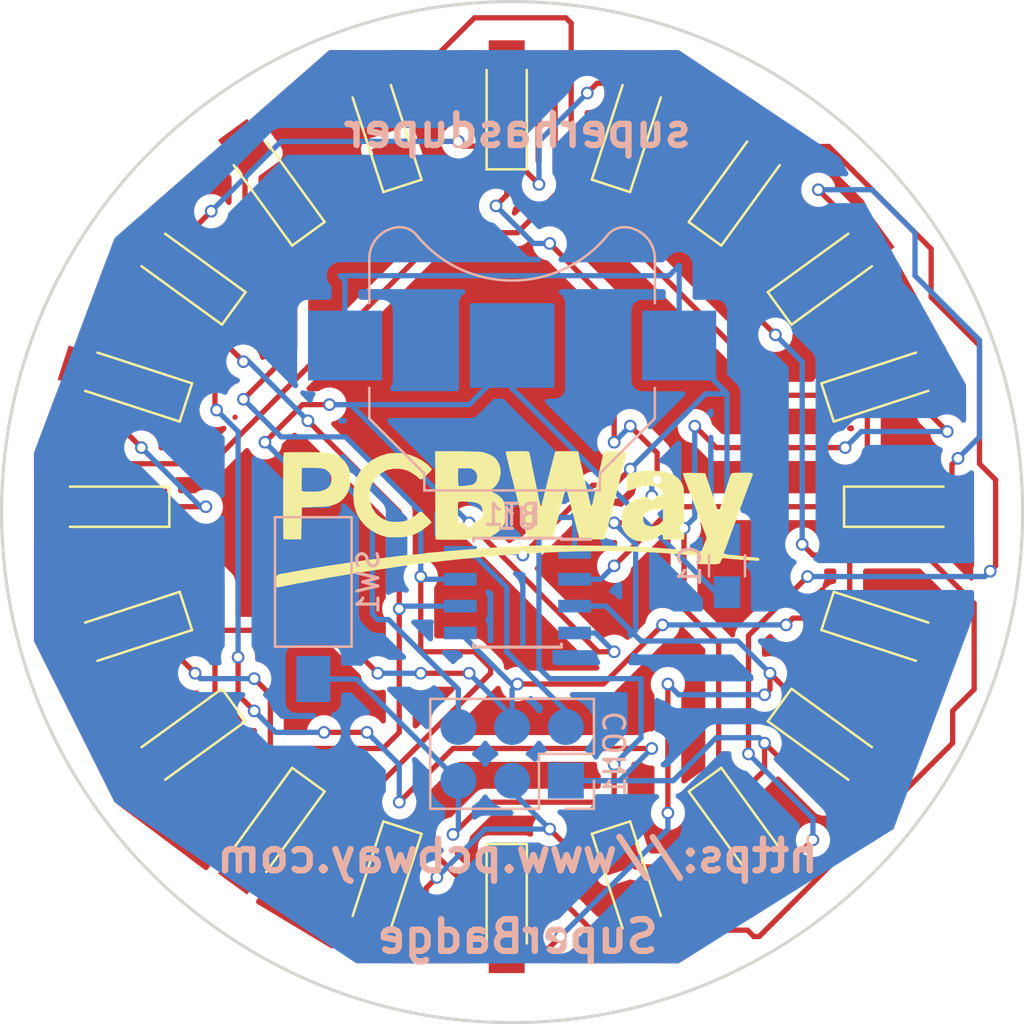
<source format=kicad_pcb>
(kicad_pcb (version 20171130) (host pcbnew "(5.1.0-0)")
  (layers (0 F.Cu signal) (31 B.Cu signal) (34 B.Paste user hide) (35 F.Paste user hide) (36 B.SilkS user) (37 F.SilkS user) (38 B.Mask user hide) (39 F.Mask user hide) (44 Edge.Cuts user))
  (net 0 "")
  (net 1 +3V3)
  (net 2 GND)
  (net 3 /MISO)
  (net 4 /SCK)
  (net 5 /MOSI)
  (net 6 /RESET)
  (net 7 "Net-(D1-Pad1)")
  (net 8 "Net-(D12-Pad1)")
  (module "badge:pcb way logo" (layer F.Cu) (at 209.55 74.93)
    (fp_text reference G*** hide)
    (fp_text value LOGO hide)
  )
  (module Pin_Headers:Pin_Header_Straight_2x03_Pitch2.54mm (layer B.Cu) (at 211.836 86.614 90)
    (fp_text reference CON1 (at 1.27 2.33 90) (layer B.SilkS) (effects (justify mirror)))
    (fp_text value AVR-ISP-6)
    (pad 1 smd rect (at 0 0 90) (size 1.7 1.7) (layers B.Cu B.Paste B.Mask) (net 3 /MISO))
    (pad 2 smd oval (at 2.54 0 90) (size 1.7 1.7) (layers B.Cu B.Paste B.Mask) (net 1 +3V3))
    (pad 3 smd oval (at 0 -2.54 90) (size 1.7 1.7) (layers B.Cu B.Paste B.Mask) (net 4 /SCK))
    (pad 4 smd oval (at 2.54 -2.54 90) (size 1.7 1.7) (layers B.Cu B.Paste B.Mask) (net 5 /MOSI))
    (pad 5 smd oval (at 0 -5.08 90) (size 1.7 1.7) (layers B.Cu B.Paste B.Mask) (net 6 /RESET))
    (pad 6 smd oval (at 2.54 -5.08 90) (size 1.7 1.7) (layers B.Cu B.Paste B.Mask) (net 2 GND))
  )
  (module Battery_Holders:Keystone_3000_1x12mm-CoinCell (layer B.Cu) (at 209.296 66.04)
    (fp_text reference BT1 (at 0 8) (layer B.SilkS) (effects (justify mirror)))
    (fp_text value Battery_Cell)
    (pad 1 smd rect (at -7.9 0) (size 3.5 3.3) (layers B.Cu B.Paste B.Mask) (net 1 +3V3))
    (pad 1 smd rect (at 7.9 0) (size 3.5 3.3) (layers B.Cu B.Paste B.Mask) (net 1 +3V3))
    (pad 2 smd rect (at 0 0) (size 4 4) (layers B.Cu B.Mask) (net 2 GND))
  )
  (module Capacitors_SMD:C_0805_HandSoldering (layer B.Cu) (at 219.456 76.454 270)
    (fp_text reference C1 (at 0 1.75 270) (layer B.SilkS) (effects (justify mirror)))
    (fp_text value CP)
    (pad 1 smd rect (at -1.25 0 270) (size 1.5 1.25) (layers B.Cu B.Paste B.Mask) (net 1 +3V3))
    (pad 2 smd rect (at 1.25 0 270) (size 1.5 1.25) (layers B.Cu B.Paste B.Mask) (net 2 GND))
  )
  (module LEDs:LED_1206_HandSoldering (layer F.Cu) (at 228.092 73.66)
    (fp_text reference D1 hide)
    (fp_text value LED)
    (pad 1 smd rect (at -2 0) (size 2 1.7) (layers F.Cu F.Paste F.Mask) (net 7 "Net-(D1-Pad1)"))
    (pad 2 smd rect (at 2 0) (size 2 1.7) (layers F.Cu F.Paste F.Mask) (net 5 /MOSI))
  )
  (module LEDs:LED_1206_HandSoldering (layer F.Cu) (at 227.159626 79.546773 342)
    (fp_text reference D2 hide)
    (fp_text value LED)
    (pad 1 smd rect (at -2 0 342) (size 2 1.7) (layers F.Cu F.Paste F.Mask) (net 5 /MOSI))
    (pad 2 smd rect (at 2 0 342) (size 2 1.7) (layers F.Cu F.Paste F.Mask) (net 8 "Net-(D12-Pad1)"))
  )
  (module LEDs:LED_1206_HandSoldering (layer F.Cu) (at 224.453773 84.857309 324)
    (fp_text reference D3 hide)
    (fp_text value LED)
    (pad 1 smd rect (at -2 0 324) (size 2 1.7) (layers F.Cu F.Paste F.Mask) (net 8 "Net-(D12-Pad1)"))
    (pad 2 smd rect (at 2 0 324) (size 2 1.7) (layers F.Cu F.Paste F.Mask) (net 3 /MISO))
  )
  (module LEDs:LED_1206_HandSoldering (layer F.Cu) (at 220.239309 89.071773 306)
    (fp_text reference D4 hide)
    (fp_text value LED)
    (pad 1 smd rect (at -2 0 306) (size 2 1.7) (layers F.Cu F.Paste F.Mask) (net 3 /MISO))
    (pad 2 smd rect (at 2 0 306) (size 2 1.7) (layers F.Cu F.Paste F.Mask) (net 4 /SCK))
  )
  (module LEDs:LED_1206_HandSoldering (layer F.Cu) (at 214.928773 91.777626 288)
    (fp_text reference D5 hide)
    (fp_text value LED)
    (pad 1 smd rect (at -2 0 288) (size 2 1.7) (layers F.Cu F.Paste F.Mask) (net 4 /SCK))
    (pad 2 smd rect (at 2 0 288) (size 2 1.7) (layers F.Cu F.Paste F.Mask) (net 7 "Net-(D1-Pad1)"))
  )
  (module LEDs:LED_1206_HandSoldering (layer F.Cu) (at 209.042 92.71 270)
    (fp_text reference D6 hide)
    (fp_text value LED)
    (pad 1 smd rect (at -2 0 270) (size 2 1.7) (layers F.Cu F.Paste F.Mask) (net 7 "Net-(D1-Pad1)"))
    (pad 2 smd rect (at 2 0 270) (size 2 1.7) (layers F.Cu F.Paste F.Mask) (net 8 "Net-(D12-Pad1)"))
  )
  (module LEDs:LED_1206_HandSoldering (layer F.Cu) (at 203.155226 91.777626 252)
    (fp_text reference D7 hide)
    (fp_text value LED)
    (pad 1 smd rect (at -2 0 252) (size 2 1.7) (layers F.Cu F.Paste F.Mask) (net 8 "Net-(D12-Pad1)"))
    (pad 2 smd rect (at 2 0 252) (size 2 1.7) (layers F.Cu F.Paste F.Mask) (net 4 /SCK))
  )
  (module LEDs:LED_1206_HandSoldering (layer F.Cu) (at 197.84469 89.071773 234)
    (fp_text reference D8 hide)
    (fp_text value LED)
    (pad 1 smd rect (at -2 0 234) (size 2 1.7) (layers F.Cu F.Paste F.Mask) (net 4 /SCK))
    (pad 2 smd rect (at 2 0 234) (size 2 1.7) (layers F.Cu F.Paste F.Mask) (net 5 /MOSI))
  )
  (module LEDs:LED_1206_HandSoldering (layer F.Cu) (at 193.630227 84.857309 216)
    (fp_text reference D9 hide)
    (fp_text value LED)
    (pad 1 smd rect (at -2 0 216) (size 2 1.7) (layers F.Cu F.Paste F.Mask) (net 5 /MOSI))
    (pad 2 smd rect (at 2 0 216) (size 2 1.7) (layers F.Cu F.Paste F.Mask) (net 3 /MISO))
  )
  (module LEDs:LED_1206_HandSoldering (layer F.Cu) (at 190.924374 79.546773 198)
    (fp_text reference D10 hide)
    (fp_text value LED)
    (pad 1 smd rect (at -2 0 198) (size 2 1.7) (layers F.Cu F.Paste F.Mask) (net 3 /MISO))
    (pad 2 smd rect (at 2 0 198) (size 2 1.7) (layers F.Cu F.Paste F.Mask) (net 7 "Net-(D1-Pad1)"))
  )
  (module LEDs:LED_1206_HandSoldering (layer F.Cu) (at 189.992 73.66 180)
    (fp_text reference D11 hide)
    (fp_text value LED)
    (pad 1 smd rect (at -2 0 180) (size 2 1.7) (layers F.Cu F.Paste F.Mask) (net 5 /MOSI))
    (pad 2 smd rect (at 2 0 180) (size 2 1.7) (layers F.Cu F.Paste F.Mask) (net 7 "Net-(D1-Pad1)"))
  )
  (module LEDs:LED_1206_HandSoldering (layer F.Cu) (at 190.924374 67.773226 162)
    (fp_text reference D12 hide)
    (fp_text value LED)
    (pad 1 smd rect (at -2 0 162) (size 2 1.7) (layers F.Cu F.Paste F.Mask) (net 8 "Net-(D12-Pad1)"))
    (pad 2 smd rect (at 2 0 162) (size 2 1.7) (layers F.Cu F.Paste F.Mask) (net 5 /MOSI))
  )
  (module LEDs:LED_1206_HandSoldering (layer F.Cu) (at 193.630227 62.46269 144)
    (fp_text reference D13 hide)
    (fp_text value LED)
    (pad 1 smd rect (at -2 0 144) (size 2 1.7) (layers F.Cu F.Paste F.Mask) (net 3 /MISO))
    (pad 2 smd rect (at 2 0 144) (size 2 1.7) (layers F.Cu F.Paste F.Mask) (net 8 "Net-(D12-Pad1)"))
  )
  (module LEDs:LED_1206_HandSoldering (layer F.Cu) (at 197.84469 58.248227 126)
    (fp_text reference D14 hide)
    (fp_text value LED)
    (pad 1 smd rect (at -2 0 126) (size 2 1.7) (layers F.Cu F.Paste F.Mask) (net 4 /SCK))
    (pad 2 smd rect (at 2 0 126) (size 2 1.7) (layers F.Cu F.Paste F.Mask) (net 3 /MISO))
  )
  (module LEDs:LED_1206_HandSoldering (layer F.Cu) (at 203.155226 55.542374 108)
    (fp_text reference D15 hide)
    (fp_text value LED)
    (pad 1 smd rect (at -2 0 108) (size 2 1.7) (layers F.Cu F.Paste F.Mask) (net 7 "Net-(D1-Pad1)"))
    (pad 2 smd rect (at 2 0 108) (size 2 1.7) (layers F.Cu F.Paste F.Mask) (net 4 /SCK))
  )
  (module LEDs:LED_1206_HandSoldering (layer F.Cu) (at 209.041999 54.61 90)
    (fp_text reference D16 hide)
    (fp_text value LED)
    (pad 1 smd rect (at -2 0 90) (size 2 1.7) (layers F.Cu F.Paste F.Mask) (net 8 "Net-(D12-Pad1)"))
    (pad 2 smd rect (at 2 0 90) (size 2 1.7) (layers F.Cu F.Paste F.Mask) (net 7 "Net-(D1-Pad1)"))
  )
  (module LEDs:LED_1206_HandSoldering (layer F.Cu) (at 214.928773 55.542374 72)
    (fp_text reference D17 hide)
    (fp_text value LED)
    (pad 1 smd rect (at -2 0 72) (size 2 1.7) (layers F.Cu F.Paste F.Mask) (net 4 /SCK))
    (pad 2 smd rect (at 2 0 72) (size 2 1.7) (layers F.Cu F.Paste F.Mask) (net 8 "Net-(D12-Pad1)"))
  )
  (module LEDs:LED_1206_HandSoldering (layer F.Cu) (at 220.239309 58.248227 54)
    (fp_text reference D18 hide)
    (fp_text value LED)
    (pad 1 smd rect (at -2 0 54) (size 2 1.7) (layers F.Cu F.Paste F.Mask) (net 5 /MOSI))
    (pad 2 smd rect (at 2 0 54) (size 2 1.7) (layers F.Cu F.Paste F.Mask) (net 4 /SCK))
  )
  (module LEDs:LED_1206_HandSoldering (layer F.Cu) (at 224.453773 62.46269 36)
    (fp_text reference D19 hide)
    (fp_text value LED)
    (pad 1 smd rect (at -2 0 36) (size 2 1.7) (layers F.Cu F.Paste F.Mask) (net 3 /MISO))
    (pad 2 smd rect (at 2 0 36) (size 2 1.7) (layers F.Cu F.Paste F.Mask) (net 5 /MOSI))
  )
  (module LEDs:LED_1206_HandSoldering (layer F.Cu) (at 227.159626 67.773226 18)
    (fp_text reference D20 hide)
    (fp_text value LED)
    (pad 1 smd rect (at -2 0 18) (size 2 1.7) (layers F.Cu F.Paste F.Mask) (net 7 "Net-(D1-Pad1)"))
    (pad 2 smd rect (at 2 0 18) (size 2 1.7) (layers F.Cu F.Paste F.Mask) (net 3 /MISO))
  )
  (module Buttons_Switches_SMD:SW_SPST_FSMSM (layer B.Cu) (at 199.898 77.216 90)
    (fp_text reference SW1 (at 0 2.6 90) (layer B.SilkS) (effects (justify mirror)))
    (fp_text value SW_Push)
    (pad 1 smd rect (at -4.59 0 90) (size 2.18 1.6) (layers B.Cu B.Paste B.Mask) (net 6 /RESET))
    (pad 2 smd rect (at 4.59 0 90) (size 2.18 1.6) (layers B.Cu B.Paste B.Mask) (net 2 GND))
  )
  (module Housings_SOIC:SOIC-8_3.9x4.9mm_Pitch1.27mm (layer B.Cu) (at 209.55 77.724 180)
    (fp_text reference U1 (at 0 3.5 180) (layer B.SilkS) (effects (justify mirror)))
    (fp_text value ATTINY85-20SU)
    (pad 1 smd rect (at -2.7 1.905 180) (size 1.55 0.6) (layers B.Cu B.Paste B.Mask) (net 6 /RESET))
    (pad 2 smd rect (at -2.7 0.635 180) (size 1.55 0.6) (layers B.Cu B.Paste B.Mask) (net 7 "Net-(D1-Pad1)"))
    (pad 3 smd rect (at -2.7 -0.635 180) (size 1.55 0.6) (layers B.Cu B.Paste B.Mask) (net 8 "Net-(D12-Pad1)"))
    (pad 4 smd rect (at -2.7 -1.905 180) (size 1.55 0.6) (layers B.Cu B.Paste B.Mask) (net 2 GND))
    (pad 5 smd rect (at 2.7 -1.905 180) (size 1.55 0.6) (layers B.Cu B.Paste B.Mask) (net 5 /MOSI))
    (pad 6 smd rect (at 2.7 -0.635 180) (size 1.55 0.6) (layers B.Cu B.Paste B.Mask) (net 3 /MISO))
    (pad 7 smd rect (at 2.7 0.635 180) (size 1.55 0.6) (layers B.Cu B.Paste B.Mask) (net 4 /SCK))
    (pad 8 smd rect (at 2.7 1.905 180) (size 1.55 0.6) (layers B.Cu B.Paste B.Mask) (net 1 +3V3))
  )
  (gr_text superhasduper (at 209.55 55.88) (layer B.SilkS) (effects (font (size 1.5 1.5) (thickness 0.3)) (justify mirror)))
  (gr_text SuperBadge (at 209.55 93.98) (layer B.SilkS) (effects (font (size 1.5 1.5) (thickness 0.3)) (justify mirror)))
  (gr_text https://www.pcbway.com (at 209.55 90.17) (layer B.SilkS) (effects (font (size 1.5 1.5) (thickness 0.3)) (justify mirror)))
  (gr_circle (center 209.296 73.914) (end 208.788 49.784) (layer Edge.Cuts) (width 0.15))
  (segment (start 219.456 68.326) (end 218.44 68.326) (width 0.25) (layer B.Cu) (net 1))
  (segment (start 209.677 75.819) (end 206.85 75.819) (width 0.25) (layer B.Cu) (net 1))
  (segment (start 209.804 75.946) (end 209.677 75.819) (width 0.25) (layer B.Cu) (net 1))
  (via (at 209.804 75.946) (size 0.6) (drill 0.4) (layers F.Cu B.Cu) (net 1))
  (segment (start 213.106 72.644) (end 209.804 75.946) (width 0.25) (layer F.Cu) (net 1))
  (segment (start 214.122 72.644) (end 213.106 72.644) (width 0.25) (layer F.Cu) (net 1))
  (segment (start 214.884 71.882) (end 214.122 72.644) (width 0.25) (layer F.Cu) (net 1))
  (via (at 214.884 71.882) (size 0.6) (drill 0.4) (layers F.Cu B.Cu) (net 1))
  (segment (start 218.44 68.326) (end 214.884 71.882) (width 0.25) (layer B.Cu) (net 1))
  (segment (start 206.85 75.819) (end 207.391 75.819) (width 0.25) (layer B.Cu) (net 1))
  (segment (start 207.391 75.819) (end 209.042 77.47) (width 0.25) (layer B.Cu) (net 1))
  (segment (start 209.042 77.47) (end 209.042 80.518) (width 0.25) (layer B.Cu) (net 1))
  (segment (start 209.042 80.518) (end 209.296 80.772) (width 0.25) (layer B.Cu) (net 1))
  (segment (start 211.836 84.074) (end 211.836 83.312) (width 0.25) (layer B.Cu) (net 1))
  (segment (start 211.836 83.312) (end 209.296 80.772) (width 0.25) (layer B.Cu) (net 1))
  (segment (start 217.196 66.04) (end 217.196 62.256) (width 0.25) (layer B.Cu) (net 1))
  (segment (start 201.396 62.966) (end 201.396 66.04) (width 0.25) (layer B.Cu) (net 1))
  (segment (start 201.168 62.738) (end 201.396 62.966) (width 0.25) (layer B.Cu) (net 1))
  (segment (start 216.714 62.738) (end 201.168 62.738) (width 0.25) (layer B.Cu) (net 1))
  (segment (start 217.196 62.256) (end 216.714 62.738) (width 0.25) (layer B.Cu) (net 1))
  (segment (start 219.456 75.204) (end 219.456 68.326) (width 0.25) (layer B.Cu) (net 1))
  (segment (start 219.456 68.326) (end 219.456 68.3) (width 0.25) (layer B.Cu) (net 1))
  (segment (start 219.456 68.3) (end 217.196 66.04) (width 0.25) (layer B.Cu) (net 1))
  (segment (start 206.756 84.074) (end 206.756 82.296) (width 0.25) (layer B.Cu) (net 2))
  (segment (start 201.404 72.626) (end 199.898 72.626) (width 0.25) (layer B.Cu) (net 2))
  (segment (start 202.692 73.914) (end 201.404 72.626) (width 0.25) (layer B.Cu) (net 2))
  (segment (start 202.692 78.74) (end 202.692 73.914) (width 0.25) (layer B.Cu) (net 2))
  (segment (start 202.946 78.994) (end 202.692 78.74) (width 0.25) (layer B.Cu) (net 2))
  (segment (start 203.454 78.994) (end 202.946 78.994) (width 0.25) (layer B.Cu) (net 2))
  (segment (start 206.756 82.296) (end 203.454 78.994) (width 0.25) (layer B.Cu) (net 2))
  (segment (start 200.66 68.834) (end 201.676 68.834) (width 0.25) (layer B.Cu) (net 2))
  (segment (start 213.233 79.629) (end 212.25 79.629) (width 0.25) (layer B.Cu) (net 2))
  (segment (start 214.122 80.518) (end 213.233 79.629) (width 0.25) (layer B.Cu) (net 2))
  (via (at 214.122 80.518) (size 0.6) (drill 0.4) (layers F.Cu B.Cu) (net 2))
  (segment (start 213.36 80.518) (end 214.122 80.518) (width 0.25) (layer F.Cu) (net 2))
  (segment (start 207.264 74.422) (end 213.36 80.518) (width 0.25) (layer F.Cu) (net 2))
  (via (at 207.264 74.422) (size 0.6) (drill 0.4) (layers F.Cu B.Cu) (net 2))
  (segment (start 201.676 68.834) (end 207.264 74.422) (width 0.25) (layer B.Cu) (net 2))
  (segment (start 199.898 72.626) (end 199.626 72.626) (width 0.25) (layer B.Cu) (net 2))
  (segment (start 199.626 72.626) (end 197.612 70.612) (width 0.25) (layer B.Cu) (net 2))
  (via (at 197.612 70.612) (size 0.6) (drill 0.4) (layers F.Cu B.Cu) (net 2))
  (segment (start 197.612 70.612) (end 199.39 68.834) (width 0.25) (layer F.Cu) (net 2))
  (segment (start 199.39 68.834) (end 200.66 68.834) (width 0.25) (layer F.Cu) (net 2))
  (via (at 200.66 68.834) (size 0.6) (drill 0.4) (layers F.Cu B.Cu) (net 2))
  (segment (start 200.66 68.834) (end 207.264 68.834) (width 0.25) (layer B.Cu) (net 2))
  (segment (start 207.264 68.834) (end 209.296 66.802) (width 0.25) (layer B.Cu) (net 2))
  (segment (start 209.296 66.802) (end 209.296 66.04) (width 0.25) (layer B.Cu) (net 2))
  (segment (start 219.456 77.704) (end 218.928 77.704) (width 0.25) (layer B.Cu) (net 2))
  (segment (start 218.928 77.704) (end 209.296 68.072) (width 0.25) (layer B.Cu) (net 2))
  (segment (start 209.296 68.072) (end 209.296 66.04) (width 0.25) (layer B.Cu) (net 2))
  (segment (start 229.061739 67.155192) (end 226.921192 67.155192) (width 0.25) (layer F.Cu) (net 3))
  (segment (start 226.921192 67.155192) (end 223.404261 63.638261) (width 0.25) (layer F.Cu) (net 3))
  (segment (start 223.404261 63.638261) (end 222.835739 63.638261) (width 0.25) (layer F.Cu) (net 3))
  (segment (start 219.063738 87.453739) (end 219.063738 80.125738) (width 0.25) (layer F.Cu) (net 3))
  (segment (start 229.061739 69.295739) (end 229.061739 67.155192) (width 0.25) (layer F.Cu) (net 3))
  (segment (start 229.87 70.104) (end 229.061739 69.295739) (width 0.25) (layer F.Cu) (net 3))
  (via (at 229.87 70.104) (size 0.6) (drill 0.4) (layers F.Cu B.Cu) (net 3))
  (segment (start 225.806 70.104) (end 229.87 70.104) (width 0.25) (layer B.Cu) (net 3))
  (segment (start 225.044 70.866) (end 225.806 70.104) (width 0.25) (layer B.Cu) (net 3))
  (via (at 225.044 70.866) (size 0.6) (drill 0.4) (layers F.Cu B.Cu) (net 3))
  (segment (start 218.948 70.866) (end 225.044 70.866) (width 0.25) (layer F.Cu) (net 3))
  (segment (start 217.932 69.85) (end 218.948 70.866) (width 0.25) (layer F.Cu) (net 3))
  (via (at 217.932 69.85) (size 0.6) (drill 0.4) (layers F.Cu B.Cu) (net 3))
  (segment (start 217.932 74.168) (end 217.932 69.85) (width 0.25) (layer B.Cu) (net 3))
  (segment (start 217.424 74.676) (end 217.932 74.168) (width 0.25) (layer B.Cu) (net 3))
  (via (at 217.424 74.676) (size 0.6) (drill 0.4) (layers F.Cu B.Cu) (net 3))
  (segment (start 217.424 78.486) (end 217.424 74.676) (width 0.25) (layer F.Cu) (net 3))
  (segment (start 219.063738 80.125738) (end 217.424 78.486) (width 0.25) (layer F.Cu) (net 3))
  (segment (start 219.063738 87.453739) (end 219.886261 87.453739) (width 0.25) (layer F.Cu) (net 3))
  (segment (start 219.886261 87.453739) (end 221.234 86.106) (width 0.25) (layer F.Cu) (net 3))
  (segment (start 221.234 86.106) (end 221.234 84.836) (width 0.25) (layer F.Cu) (net 3))
  (segment (start 211.836 86.614) (end 216.916 86.614) (width 0.25) (layer B.Cu) (net 3))
  (segment (start 224.474687 87.63) (end 226.071807 86.03288) (width 0.25) (layer F.Cu) (net 3))
  (segment (start 224.028 87.63) (end 224.474687 87.63) (width 0.25) (layer F.Cu) (net 3))
  (segment (start 221.234 84.836) (end 224.028 87.63) (width 0.25) (layer F.Cu) (net 3))
  (via (at 221.234 84.836) (size 0.6) (drill 0.4) (layers F.Cu B.Cu) (net 3))
  (segment (start 220.98 84.582) (end 221.234 84.836) (width 0.25) (layer B.Cu) (net 3))
  (segment (start 218.948 84.582) (end 220.98 84.582) (width 0.25) (layer B.Cu) (net 3))
  (segment (start 216.916 86.614) (end 218.948 84.582) (width 0.25) (layer B.Cu) (net 3))
  (segment (start 195.248261 63.638261) (end 195.248261 69.010261) (width 0.25) (layer F.Cu) (net 3))
  (segment (start 214.376 86.614) (end 211.836 86.614) (width 0.25) (layer B.Cu) (net 3))
  (segment (start 215.9 85.09) (end 214.376 86.614) (width 0.25) (layer B.Cu) (net 3))
  (via (at 215.9 85.09) (size 0.6) (drill 0.4) (layers F.Cu B.Cu) (net 3))
  (segment (start 206.502 85.09) (end 215.9 85.09) (width 0.25) (layer F.Cu) (net 3))
  (segment (start 203.962 87.63) (end 206.502 85.09) (width 0.25) (layer F.Cu) (net 3))
  (via (at 203.962 87.63) (size 0.6) (drill 0.4) (layers F.Cu B.Cu) (net 3))
  (segment (start 203.962 85.852) (end 203.962 87.63) (width 0.25) (layer B.Cu) (net 3))
  (segment (start 202.438 84.328) (end 203.962 85.852) (width 0.25) (layer B.Cu) (net 3))
  (via (at 202.438 84.328) (size 0.6) (drill 0.4) (layers F.Cu B.Cu) (net 3))
  (segment (start 200.406 84.328) (end 202.438 84.328) (width 0.25) (layer F.Cu) (net 3))
  (via (at 200.406 84.328) (size 0.6) (drill 0.4) (layers F.Cu B.Cu) (net 3))
  (segment (start 198.12 84.328) (end 200.406 84.328) (width 0.25) (layer B.Cu) (net 3))
  (segment (start 197.104 83.312) (end 198.12 84.328) (width 0.25) (layer B.Cu) (net 3))
  (via (at 197.104 83.312) (size 0.6) (drill 0.4) (layers F.Cu B.Cu) (net 3))
  (segment (start 196.342 82.55) (end 197.104 83.312) (width 0.25) (layer F.Cu) (net 3))
  (segment (start 196.342 80.772) (end 196.342 82.55) (width 0.25) (layer F.Cu) (net 3))
  (via (at 196.342 80.772) (size 0.6) (drill 0.4) (layers F.Cu B.Cu) (net 3))
  (segment (start 196.342 70.104) (end 196.342 80.772) (width 0.25) (layer B.Cu) (net 3))
  (segment (start 195.326 69.088) (end 196.342 70.104) (width 0.25) (layer B.Cu) (net 3))
  (via (at 195.326 69.088) (size 0.6) (drill 0.4) (layers F.Cu B.Cu) (net 3))
  (segment (start 195.248261 69.010261) (end 195.326 69.088) (width 0.25) (layer F.Cu) (net 3))
  (segment (start 195.248261 63.638261) (end 195.248261 62.307739) (width 0.25) (layer F.Cu) (net 3))
  (segment (start 196.669119 60.886881) (end 196.669119 56.630193) (width 0.25) (layer F.Cu) (net 3))
  (segment (start 195.248261 62.307739) (end 196.669119 60.886881) (width 0.25) (layer F.Cu) (net 3))
  (segment (start 203.962 78.486) (end 203.962 73.914) (width 0.25) (layer F.Cu) (net 3))
  (segment (start 195.248261 65.454261) (end 195.248261 63.638261) (width 0.25) (layer F.Cu) (net 3))
  (segment (start 196.596 66.802) (end 195.248261 65.454261) (width 0.25) (layer F.Cu) (net 3))
  (via (at 196.596 66.802) (size 0.6) (drill 0.4) (layers F.Cu B.Cu) (net 3))
  (segment (start 196.85 66.802) (end 196.596 66.802) (width 0.25) (layer B.Cu) (net 3))
  (segment (start 199.644 69.596) (end 196.85 66.802) (width 0.25) (layer B.Cu) (net 3))
  (via (at 199.644 69.596) (size 0.6) (drill 0.4) (layers F.Cu B.Cu) (net 3))
  (segment (start 203.962 73.914) (end 199.644 69.596) (width 0.25) (layer F.Cu) (net 3))
  (segment (start 192.826487 78.928739) (end 192.826487 80.050487) (width 0.25) (layer F.Cu) (net 3))
  (segment (start 204.089 78.359) (end 206.85 78.359) (width 0.25) (layer B.Cu) (net 3))
  (segment (start 203.962 78.486) (end 204.089 78.359) (width 0.25) (layer B.Cu) (net 3))
  (via (at 203.962 78.486) (size 0.6) (drill 0.4) (layers F.Cu B.Cu) (net 3))
  (segment (start 203.962 84.328) (end 203.962 78.486) (width 0.25) (layer F.Cu) (net 3))
  (segment (start 203.2 85.09) (end 203.962 84.328) (width 0.25) (layer F.Cu) (net 3))
  (segment (start 197.866 85.09) (end 203.2 85.09) (width 0.25) (layer F.Cu) (net 3))
  (segment (start 197.866 82.55) (end 197.866 85.09) (width 0.25) (layer F.Cu) (net 3))
  (segment (start 197.104 81.788) (end 197.866 82.55) (width 0.25) (layer F.Cu) (net 3))
  (via (at 197.104 81.788) (size 0.6) (drill 0.4) (layers F.Cu B.Cu) (net 3))
  (segment (start 194.564 81.788) (end 197.104 81.788) (width 0.25) (layer B.Cu) (net 3))
  (segment (start 194.31 81.534) (end 194.564 81.788) (width 0.25) (layer B.Cu) (net 3))
  (via (at 194.31 81.534) (size 0.6) (drill 0.4) (layers F.Cu B.Cu) (net 3))
  (segment (start 192.826487 80.050487) (end 194.31 81.534) (width 0.25) (layer F.Cu) (net 3))
  (segment (start 192.826487 78.928739) (end 192.826487 85.218586) (width 0.25) (layer F.Cu) (net 3))
  (segment (start 192.826487 85.218586) (end 192.012193 86.03288) (width 0.25) (layer F.Cu) (net 3))
  (segment (start 204.978 76.962) (end 204.978 73.914) (width 0.25) (layer B.Cu) (net 4))
  (segment (start 199.020261 66.155739) (end 199.020261 59.866261) (width 0.25) (layer F.Cu) (net 4))
  (segment (start 196.596 68.58) (end 199.020261 66.155739) (width 0.25) (layer F.Cu) (net 4))
  (via (at 196.596 68.58) (size 0.6) (drill 0.4) (layers F.Cu B.Cu) (net 4))
  (segment (start 198.374 70.358) (end 196.596 68.58) (width 0.25) (layer B.Cu) (net 4))
  (segment (start 201.422 70.358) (end 198.374 70.358) (width 0.25) (layer B.Cu) (net 4))
  (segment (start 204.978 73.914) (end 201.422 70.358) (width 0.25) (layer B.Cu) (net 4))
  (segment (start 199.020261 87.453739) (end 202.360261 87.453739) (width 0.25) (layer F.Cu) (net 4))
  (segment (start 205.105 77.089) (end 206.85 77.089) (width 0.25) (layer B.Cu) (net 4))
  (segment (start 204.978 76.962) (end 205.105 77.089) (width 0.25) (layer B.Cu) (net 4))
  (via (at 204.978 76.962) (size 0.6) (drill 0.4) (layers F.Cu B.Cu) (net 4))
  (segment (start 204.978 80.518) (end 204.978 76.962) (width 0.25) (layer F.Cu) (net 4))
  (segment (start 207.518 80.518) (end 204.978 80.518) (width 0.25) (layer F.Cu) (net 4))
  (segment (start 208.28 81.28) (end 207.518 80.518) (width 0.25) (layer F.Cu) (net 4))
  (segment (start 208.28 81.534) (end 208.28 81.28) (width 0.25) (layer F.Cu) (net 4))
  (segment (start 202.360261 87.453739) (end 208.28 81.534) (width 0.25) (layer F.Cu) (net 4))
  (segment (start 202.537192 93.679739) (end 201.629739 93.679739) (width 0.25) (layer F.Cu) (net 4))
  (segment (start 201.168 89.601478) (end 199.020261 87.453739) (width 0.25) (layer F.Cu) (net 4))
  (segment (start 201.168 93.218) (end 201.168 89.601478) (width 0.25) (layer F.Cu) (net 4))
  (segment (start 201.629739 93.679739) (end 201.168 93.218) (width 0.25) (layer F.Cu) (net 4))
  (segment (start 211.074 88.9) (end 208.026 88.9) (width 0.25) (layer B.Cu) (net 4))
  (segment (start 204.677739 93.679739) (end 202.537192 93.679739) (width 0.25) (layer F.Cu) (net 4))
  (segment (start 205.232 94.234) (end 204.677739 93.679739) (width 0.25) (layer F.Cu) (net 4))
  (segment (start 205.232 91.694) (end 205.232 94.234) (width 0.25) (layer F.Cu) (net 4))
  (segment (start 205.74 91.186) (end 205.232 91.694) (width 0.25) (layer F.Cu) (net 4))
  (via (at 205.74 91.186) (size 0.6) (drill 0.4) (layers F.Cu B.Cu) (net 4))
  (segment (start 208.026 88.9) (end 205.74 91.186) (width 0.25) (layer B.Cu) (net 4))
  (segment (start 214.310739 89.875513) (end 212.049513 89.875513) (width 0.25) (layer F.Cu) (net 4))
  (segment (start 211.074 88.9) (end 209.296 87.122) (width 0.25) (layer B.Cu) (net 4))
  (via (at 211.074 88.9) (size 0.6) (drill 0.4) (layers F.Cu B.Cu) (net 4))
  (segment (start 212.049513 89.875513) (end 211.074 88.9) (width 0.25) (layer F.Cu) (net 4))
  (segment (start 209.296 87.122) (end 209.296 86.614) (width 0.25) (layer B.Cu) (net 4))
  (segment (start 221.41488 90.689807) (end 215.125033 90.689807) (width 0.25) (layer F.Cu) (net 4))
  (segment (start 215.125033 90.689807) (end 214.310739 89.875513) (width 0.25) (layer F.Cu) (net 4))
  (segment (start 221.41488 56.630193) (end 224.270193 56.630193) (width 0.25) (layer F.Cu) (net 4))
  (segment (start 223.52 89.408) (end 222.238193 90.689807) (width 0.25) (layer F.Cu) (net 4))
  (via (at 223.52 89.408) (size 0.6) (drill 0.4) (layers F.Cu B.Cu) (net 4))
  (segment (start 223.52 88.392) (end 223.52 89.408) (width 0.25) (layer B.Cu) (net 4))
  (segment (start 220.472 85.344) (end 223.52 88.392) (width 0.25) (layer B.Cu) (net 4))
  (via (at 220.472 85.344) (size 0.6) (drill 0.4) (layers F.Cu B.Cu) (net 4))
  (segment (start 220.472 79.756) (end 220.472 85.344) (width 0.25) (layer F.Cu) (net 4))
  (segment (start 223.266 76.962) (end 220.472 79.756) (width 0.25) (layer F.Cu) (net 4))
  (via (at 223.266 76.962) (size 0.6) (drill 0.4) (layers F.Cu B.Cu) (net 4))
  (segment (start 231.648 76.962) (end 223.266 76.962) (width 0.25) (layer B.Cu) (net 4))
  (segment (start 231.902 76.708) (end 231.648 76.962) (width 0.25) (layer B.Cu) (net 4))
  (via (at 231.902 76.708) (size 0.6) (drill 0.4) (layers F.Cu B.Cu) (net 4))
  (segment (start 232.156 76.454) (end 231.902 76.708) (width 0.25) (layer F.Cu) (net 4))
  (segment (start 232.156 72.39) (end 232.156 76.454) (width 0.25) (layer F.Cu) (net 4))
  (segment (start 231.394 71.628) (end 232.156 72.39) (width 0.25) (layer F.Cu) (net 4))
  (segment (start 231.394 66.04) (end 231.394 71.628) (width 0.25) (layer F.Cu) (net 4))
  (segment (start 229.108 63.754) (end 231.394 66.04) (width 0.25) (layer F.Cu) (net 4))
  (segment (start 229.108 61.468) (end 229.108 63.754) (width 0.25) (layer F.Cu) (net 4))
  (segment (start 224.270193 56.630193) (end 229.108 61.468) (width 0.25) (layer F.Cu) (net 4))
  (segment (start 222.238193 90.689807) (end 221.41488 90.689807) (width 0.25) (layer F.Cu) (net 4))
  (segment (start 214.310739 57.444487) (end 217.129513 57.444487) (width 0.25) (layer F.Cu) (net 4))
  (segment (start 217.943807 56.630193) (end 221.41488 56.630193) (width 0.25) (layer F.Cu) (net 4))
  (segment (start 217.129513 57.444487) (end 217.943807 56.630193) (width 0.25) (layer F.Cu) (net 4))
  (segment (start 213.762252 56.896) (end 212.09 56.896) (width 0.25) (layer F.Cu) (net 4))
  (segment (start 204.423739 53.640261) (end 207.518 50.546) (width 0.25) (layer F.Cu) (net 4))
  (segment (start 207.518 50.546) (end 211.836 50.546) (width 0.25) (layer F.Cu) (net 4))
  (segment (start 211.836 50.546) (end 212.09 50.8) (width 0.25) (layer F.Cu) (net 4))
  (segment (start 212.09 50.8) (end 212.09 56.896) (width 0.25) (layer F.Cu) (net 4))
  (segment (start 204.423739 53.640261) (end 202.537192 53.640261) (width 0.25) (layer F.Cu) (net 4))
  (segment (start 213.762252 56.896) (end 214.310739 57.444487) (width 0.25) (layer F.Cu) (net 4))
  (segment (start 209.296 84.074) (end 209.296 83.566) (width 0.25) (layer B.Cu) (net 5))
  (segment (start 209.296 83.566) (end 207.264 81.534) (width 0.25) (layer B.Cu) (net 5))
  (segment (start 200.914 79.502) (end 195.58 79.502) (width 0.25) (layer F.Cu) (net 5))
  (segment (start 202.946 81.534) (end 200.914 79.502) (width 0.25) (layer F.Cu) (net 5))
  (via (at 202.946 81.534) (size 0.6) (drill 0.4) (layers F.Cu B.Cu) (net 5))
  (segment (start 204.978 81.534) (end 202.946 81.534) (width 0.25) (layer B.Cu) (net 5))
  (via (at 204.978 81.534) (size 0.6) (drill 0.4) (layers F.Cu B.Cu) (net 5))
  (segment (start 207.264 81.534) (end 204.978 81.534) (width 0.25) (layer F.Cu) (net 5))
  (via (at 207.264 81.534) (size 0.6) (drill 0.4) (layers F.Cu B.Cu) (net 5))
  (segment (start 189.022261 67.155192) (end 189.022261 68.118261) (width 0.25) (layer F.Cu) (net 5))
  (segment (start 194.818 73.66) (end 191.992 73.66) (width 0.25) (layer F.Cu) (net 5))
  (via (at 194.818 73.66) (size 0.6) (drill 0.4) (layers F.Cu B.Cu) (net 5))
  (segment (start 194.564 73.66) (end 194.818 73.66) (width 0.25) (layer B.Cu) (net 5))
  (segment (start 191.77 70.866) (end 194.564 73.66) (width 0.25) (layer B.Cu) (net 5))
  (via (at 191.77 70.866) (size 0.6) (drill 0.4) (layers F.Cu B.Cu) (net 5))
  (segment (start 189.022261 68.118261) (end 191.77 70.866) (width 0.25) (layer F.Cu) (net 5))
  (segment (start 209.55 82.042) (end 209.263 82.042) (width 0.25) (layer B.Cu) (net 5))
  (segment (start 209.263 82.042) (end 206.85 79.629) (width 0.25) (layer B.Cu) (net 5))
  (segment (start 225.257513 78.928739) (end 222.569261 78.928739) (width 0.25) (layer F.Cu) (net 5))
  (segment (start 209.296 82.296) (end 209.296 84.074) (width 0.25) (layer B.Cu) (net 5))
  (segment (start 209.55 82.042) (end 209.296 82.296) (width 0.25) (layer B.Cu) (net 5))
  (via (at 209.55 82.042) (size 0.6) (drill 0.4) (layers F.Cu B.Cu) (net 5))
  (segment (start 213.614 82.042) (end 209.55 82.042) (width 0.25) (layer F.Cu) (net 5))
  (segment (start 216.408 79.248) (end 213.614 82.042) (width 0.25) (layer F.Cu) (net 5))
  (via (at 216.408 79.248) (size 0.6) (drill 0.4) (layers F.Cu B.Cu) (net 5))
  (segment (start 222.25 79.248) (end 216.408 79.248) (width 0.25) (layer B.Cu) (net 5))
  (via (at 222.25 79.248) (size 0.6) (drill 0.4) (layers F.Cu B.Cu) (net 5))
  (segment (start 222.569261 78.928739) (end 222.25 79.248) (width 0.25) (layer F.Cu) (net 5))
  (segment (start 219.063738 59.866261) (end 219.063738 62.853738) (width 0.25) (layer F.Cu) (net 5))
  (segment (start 225.257513 76.159513) (end 225.257513 78.928739) (width 0.25) (layer F.Cu) (net 5))
  (segment (start 225.044 75.946) (end 225.257513 76.159513) (width 0.25) (layer F.Cu) (net 5))
  (segment (start 223.52 75.946) (end 225.044 75.946) (width 0.25) (layer F.Cu) (net 5))
  (segment (start 223.012 75.438) (end 223.52 75.946) (width 0.25) (layer F.Cu) (net 5))
  (via (at 223.012 75.438) (size 0.6) (drill 0.4) (layers F.Cu B.Cu) (net 5))
  (segment (start 223.012 66.802) (end 223.012 75.438) (width 0.25) (layer B.Cu) (net 5))
  (segment (start 221.742 65.532) (end 223.012 66.802) (width 0.25) (layer B.Cu) (net 5))
  (via (at 221.742 65.532) (size 0.6) (drill 0.4) (layers F.Cu B.Cu) (net 5))
  (segment (start 219.063738 62.853738) (end 221.742 65.532) (width 0.25) (layer F.Cu) (net 5))
  (segment (start 230.092 73.66) (end 230.092 71.66) (width 0.25) (layer F.Cu) (net 5))
  (segment (start 223.774 58.674) (end 226.071807 60.971807) (width 0.25) (layer F.Cu) (net 5))
  (via (at 223.774 58.674) (size 0.6) (drill 0.4) (layers F.Cu B.Cu) (net 5))
  (segment (start 226.314 58.674) (end 223.774 58.674) (width 0.25) (layer B.Cu) (net 5))
  (segment (start 228.346 60.706) (end 226.314 58.674) (width 0.25) (layer B.Cu) (net 5))
  (segment (start 228.346 62.738) (end 228.346 60.706) (width 0.25) (layer B.Cu) (net 5))
  (segment (start 231.394 65.786) (end 228.346 62.738) (width 0.25) (layer B.Cu) (net 5))
  (segment (start 231.394 70.358) (end 231.394 65.786) (width 0.25) (layer B.Cu) (net 5))
  (segment (start 230.378 71.374) (end 231.394 70.358) (width 0.25) (layer B.Cu) (net 5))
  (via (at 230.378 71.374) (size 0.6) (drill 0.4) (layers F.Cu B.Cu) (net 5))
  (segment (start 230.092 71.66) (end 230.378 71.374) (width 0.25) (layer F.Cu) (net 5))
  (segment (start 226.071807 60.971807) (end 226.071807 61.287119) (width 0.25) (layer F.Cu) (net 5))
  (segment (start 226.071807 61.287119) (end 220.484596 61.287119) (width 0.25) (layer F.Cu) (net 5))
  (segment (start 220.484596 61.287119) (end 219.063738 59.866261) (width 0.25) (layer F.Cu) (net 5))
  (segment (start 195.248261 83.681738) (end 195.248261 80.341739) (width 0.25) (layer F.Cu) (net 5))
  (segment (start 195.58 77.248) (end 191.992 73.66) (width 0.25) (layer F.Cu) (net 5))
  (segment (start 195.58 80.01) (end 195.58 79.502) (width 0.25) (layer F.Cu) (net 5))
  (segment (start 195.58 79.502) (end 195.58 77.248) (width 0.25) (layer F.Cu) (net 5))
  (segment (start 195.248261 80.341739) (end 195.58 80.01) (width 0.25) (layer F.Cu) (net 5))
  (segment (start 196.669119 90.689807) (end 196.669119 89.481119) (width 0.25) (layer F.Cu) (net 5))
  (segment (start 196.669119 89.481119) (end 195.248261 88.060261) (width 0.25) (layer F.Cu) (net 5))
  (segment (start 195.248261 88.060261) (end 195.248261 83.681738) (width 0.25) (layer F.Cu) (net 5))
  (segment (start 215.392 81.788) (end 215.392 84.582) (width 0.25) (layer B.Cu) (net 6))
  (segment (start 212.25 74.008) (end 212.09 74.168) (width 0.25) (layer B.Cu) (net 6))
  (segment (start 212.09 74.168) (end 209.804 74.168) (width 0.25) (layer B.Cu) (net 6))
  (segment (start 209.804 74.168) (end 210.566 74.93) (width 0.25) (layer B.Cu) (net 6))
  (segment (start 210.566 74.93) (end 210.566 81.28) (width 0.25) (layer B.Cu) (net 6))
  (segment (start 210.566 81.28) (end 211.074 81.788) (width 0.25) (layer B.Cu) (net 6))
  (segment (start 211.074 81.788) (end 215.392 81.788) (width 0.25) (layer B.Cu) (net 6))
  (segment (start 212.25 75.819) (end 212.25 74.008) (width 0.25) (layer B.Cu) (net 6))
  (segment (start 206.756 88.9) (end 206.756 86.614) (width 0.25) (layer B.Cu) (net 6))
  (segment (start 206.502 89.154) (end 206.756 88.9) (width 0.25) (layer B.Cu) (net 6))
  (via (at 206.502 89.154) (size 0.6) (drill 0.4) (layers F.Cu B.Cu) (net 6))
  (segment (start 208.026 87.63) (end 206.502 89.154) (width 0.25) (layer F.Cu) (net 6))
  (segment (start 213.614 87.63) (end 208.026 87.63) (width 0.25) (layer F.Cu) (net 6))
  (segment (start 214.122 88.138) (end 213.614 87.63) (width 0.25) (layer F.Cu) (net 6))
  (segment (start 214.122 85.852) (end 214.122 88.138) (width 0.25) (layer F.Cu) (net 6))
  (via (at 214.122 85.852) (size 0.6) (drill 0.4) (layers F.Cu B.Cu) (net 6))
  (segment (start 215.392 84.582) (end 214.122 85.852) (width 0.25) (layer B.Cu) (net 6))
  (segment (start 199.898 81.806) (end 201.948 81.806) (width 0.25) (layer B.Cu) (net 6))
  (segment (start 201.948 81.806) (end 206.756 86.614) (width 0.25) (layer B.Cu) (net 6))
  (segment (start 187.992 73.66) (end 187.992 79.134546) (width 0.25) (layer F.Cu) (net 7))
  (segment (start 187.992 79.134546) (end 189.022261 80.164807) (width 0.25) (layer F.Cu) (net 7))
  (segment (start 207.022387 60.693614) (end 206.006386 60.693614) (width 0.25) (layer F.Cu) (net 7))
  (segment (start 187.992 71.914) (end 187.992 73.66) (width 0.25) (layer F.Cu) (net 7))
  (segment (start 187.706 71.628) (end 187.992 71.914) (width 0.25) (layer F.Cu) (net 7))
  (segment (start 195.072 71.628) (end 187.706 71.628) (width 0.25) (layer F.Cu) (net 7))
  (segment (start 206.006386 60.693614) (end 195.072 71.628) (width 0.25) (layer F.Cu) (net 7))
  (segment (start 211.582 57.912) (end 211.582 58.674) (width 0.25) (layer F.Cu) (net 7))
  (segment (start 207.034773 60.706) (end 207.022387 60.693614) (width 0.25) (layer F.Cu) (net 7))
  (segment (start 207.022387 60.693614) (end 203.77326 57.444487) (width 0.25) (layer F.Cu) (net 7))
  (segment (start 209.55 60.706) (end 207.034773 60.706) (width 0.25) (layer F.Cu) (net 7))
  (segment (start 211.582 58.674) (end 209.55 60.706) (width 0.25) (layer F.Cu) (net 7))
  (segment (start 225.257513 68.39126) (end 222.06126 68.39126) (width 0.25) (layer F.Cu) (net 7))
  (segment (start 211.042 52.61) (end 209.041999 52.61) (width 0.25) (layer F.Cu) (net 7))
  (segment (start 211.328 52.324) (end 211.042 52.61) (width 0.25) (layer F.Cu) (net 7))
  (segment (start 211.328 57.658) (end 211.328 52.324) (width 0.25) (layer F.Cu) (net 7))
  (segment (start 222.06126 68.39126) (end 211.582 57.912) (width 0.25) (layer F.Cu) (net 7))
  (segment (start 211.582 57.912) (end 211.328 57.658) (width 0.25) (layer F.Cu) (net 7))
  (segment (start 226.092 73.66) (end 216.916 73.66) (width 0.25) (layer F.Cu) (net 7))
  (segment (start 213.487 77.089) (end 212.25 77.089) (width 0.25) (layer B.Cu) (net 7))
  (segment (start 214.122 76.454) (end 213.487 77.089) (width 0.25) (layer B.Cu) (net 7))
  (via (at 214.122 76.454) (size 0.6) (drill 0.4) (layers F.Cu B.Cu) (net 7))
  (segment (start 216.916 73.66) (end 214.122 76.454) (width 0.25) (layer F.Cu) (net 7))
  (segment (start 226.092 73.66) (end 226.092 69.225747) (width 0.25) (layer F.Cu) (net 7))
  (segment (start 226.092 69.225747) (end 225.257513 68.39126) (width 0.25) (layer F.Cu) (net 7))
  (segment (start 215.546807 93.679739) (end 220.425739 93.679739) (width 0.25) (layer F.Cu) (net 7))
  (segment (start 226.092 75.914) (end 226.092 73.66) (width 0.25) (layer F.Cu) (net 7))
  (segment (start 226.06 75.946) (end 226.092 75.914) (width 0.25) (layer F.Cu) (net 7))
  (segment (start 228.854 75.946) (end 226.06 75.946) (width 0.25) (layer F.Cu) (net 7))
  (segment (start 231.14 78.232) (end 228.854 75.946) (width 0.25) (layer F.Cu) (net 7))
  (segment (start 231.14 82.296) (end 231.14 78.232) (width 0.25) (layer F.Cu) (net 7))
  (segment (start 230.124 83.312) (end 231.14 82.296) (width 0.25) (layer F.Cu) (net 7))
  (segment (start 230.124 84.836) (end 230.124 83.312) (width 0.25) (layer F.Cu) (net 7))
  (segment (start 220.98 93.98) (end 230.124 84.836) (width 0.25) (layer F.Cu) (net 7))
  (segment (start 220.726 93.98) (end 220.98 93.98) (width 0.25) (layer F.Cu) (net 7))
  (segment (start 220.425739 93.679739) (end 220.726 93.98) (width 0.25) (layer F.Cu) (net 7))
  (segment (start 209.042 90.71) (end 210.09 90.71) (width 0.25) (layer F.Cu) (net 7))
  (segment (start 213.059739 93.679739) (end 215.546807 93.679739) (width 0.25) (layer F.Cu) (net 7))
  (segment (start 210.09 90.71) (end 213.059739 93.679739) (width 0.25) (layer F.Cu) (net 7))
  (segment (start 214.884 79.756) (end 214.884 79.502) (width 0.25) (layer B.Cu) (net 8))
  (segment (start 209.041999 58.928001) (end 208.534 59.436) (width 0.25) (layer F.Cu) (net 8))
  (via (at 208.534 59.436) (size 0.6) (drill 0.4) (layers F.Cu B.Cu) (net 8))
  (segment (start 208.534 59.436) (end 210.312 61.214) (width 0.25) (layer B.Cu) (net 8))
  (segment (start 210.312 61.214) (end 211.074 61.214) (width 0.25) (layer B.Cu) (net 8))
  (via (at 211.074 61.214) (size 0.6) (drill 0.4) (layers F.Cu B.Cu) (net 8))
  (segment (start 211.074 61.214) (end 214.122 64.262) (width 0.25) (layer F.Cu) (net 8))
  (segment (start 214.122 64.262) (end 214.122 70.612) (width 0.25) (layer F.Cu) (net 8))
  (via (at 214.122 70.612) (size 0.6) (drill 0.4) (layers F.Cu B.Cu) (net 8))
  (segment (start 214.122 70.612) (end 214.884 69.85) (width 0.25) (layer B.Cu) (net 8))
  (via (at 214.884 69.85) (size 0.6) (drill 0.4) (layers F.Cu B.Cu) (net 8))
  (segment (start 214.884 69.85) (end 216.154 71.12) (width 0.25) (layer F.Cu) (net 8))
  (segment (start 216.154 71.12) (end 216.154 72.39) (width 0.25) (layer F.Cu) (net 8))
  (via (at 216.154 72.39) (size 0.6) (drill 0.4) (layers F.Cu B.Cu) (net 8))
  (segment (start 216.154 72.39) (end 215.9 72.644) (width 0.25) (layer B.Cu) (net 8))
  (segment (start 215.9 72.644) (end 215.9 73.152) (width 0.25) (layer B.Cu) (net 8))
  (via (at 215.9 73.152) (size 0.6) (drill 0.4) (layers F.Cu B.Cu) (net 8))
  (segment (start 215.9 73.152) (end 214.63 74.422) (width 0.25) (layer F.Cu) (net 8))
  (segment (start 214.63 74.422) (end 214.122 74.422) (width 0.25) (layer F.Cu) (net 8))
  (via (at 214.122 74.422) (size 0.6) (drill 0.4) (layers F.Cu B.Cu) (net 8))
  (segment (start 214.122 74.422) (end 215.138 75.438) (width 0.25) (layer B.Cu) (net 8))
  (segment (start 215.138 75.438) (end 215.138 79.502) (width 0.25) (layer B.Cu) (net 8))
  (segment (start 215.138 79.502) (end 214.884 79.756) (width 0.25) (layer B.Cu) (net 8))
  (segment (start 209.041999 56.61) (end 209.041999 58.928001) (width 0.25) (layer F.Cu) (net 8))
  (segment (start 214.884 79.502) (end 214.63 79.248) (width 0.25) (layer B.Cu) (net 8))
  (segment (start 209.042 94.71) (end 210.852 94.71) (width 0.25) (layer F.Cu) (net 8))
  (segment (start 221.488 82.296) (end 221.488 81.534) (width 0.25) (layer F.Cu) (net 8))
  (segment (start 221.234 82.55) (end 221.488 82.296) (width 0.25) (layer F.Cu) (net 8))
  (via (at 221.234 82.55) (size 0.6) (drill 0.4) (layers F.Cu B.Cu) (net 8))
  (segment (start 217.17 82.55) (end 221.234 82.55) (width 0.25) (layer B.Cu) (net 8))
  (segment (start 216.662 82.042) (end 217.17 82.55) (width 0.25) (layer B.Cu) (net 8))
  (via (at 216.662 82.042) (size 0.6) (drill 0.4) (layers F.Cu B.Cu) (net 8))
  (segment (start 216.662 88.138) (end 216.662 82.042) (width 0.25) (layer F.Cu) (net 8))
  (via (at 216.662 88.138) (size 0.6) (drill 0.4) (layers F.Cu B.Cu) (net 8))
  (segment (start 216.662 88.9) (end 216.662 88.138) (width 0.25) (layer B.Cu) (net 8))
  (segment (start 211.582 93.98) (end 216.662 88.9) (width 0.25) (layer B.Cu) (net 8))
  (via (at 211.582 93.98) (size 0.6) (drill 0.4) (layers F.Cu B.Cu) (net 8))
  (segment (start 210.852 94.71) (end 211.582 93.98) (width 0.25) (layer F.Cu) (net 8))
  (segment (start 203.77326 89.875513) (end 205.445513 89.875513) (width 0.25) (layer F.Cu) (net 8))
  (segment (start 206.756 92.424) (end 209.042 94.71) (width 0.25) (layer F.Cu) (net 8))
  (segment (start 206.756 91.186) (end 206.756 92.424) (width 0.25) (layer F.Cu) (net 8))
  (segment (start 205.445513 89.875513) (end 206.756 91.186) (width 0.25) (layer F.Cu) (net 8))
  (segment (start 222.835739 83.681738) (end 222.835739 82.881739) (width 0.25) (layer F.Cu) (net 8))
  (segment (start 222.835739 82.881739) (end 221.488 81.534) (width 0.25) (layer F.Cu) (net 8))
  (segment (start 213.741 78.359) (end 212.25 78.359) (width 0.25) (layer B.Cu) (net 8))
  (segment (start 214.63 79.248) (end 213.741 78.359) (width 0.25) (layer B.Cu) (net 8))
  (via (at 221.488 81.534) (size 0.6) (drill 0.4) (layers F.Cu B.Cu) (net 8))
  (segment (start 215.392 80.01) (end 214.63 79.248) (width 0.25) (layer B.Cu) (net 8))
  (segment (start 219.964 80.01) (end 215.392 80.01) (width 0.25) (layer B.Cu) (net 8))
  (segment (start 221.488 81.534) (end 219.964 80.01) (width 0.25) (layer B.Cu) (net 8))
  (segment (start 222.835739 83.681738) (end 225.544808 83.681738) (width 0.25) (layer F.Cu) (net 8))
  (segment (start 225.544808 83.681738) (end 229.061739 80.164807) (width 0.25) (layer F.Cu) (net 8))
  (segment (start 215.546807 53.640261) (end 213.313739 53.640261) (width 0.25) (layer F.Cu) (net 8))
  (segment (start 210.566 58.42) (end 209.041999 56.895999) (width 0.25) (layer F.Cu) (net 8))
  (via (at 210.566 58.42) (size 0.6) (drill 0.4) (layers F.Cu B.Cu) (net 8))
  (segment (start 210.566 56.388) (end 210.566 58.42) (width 0.25) (layer B.Cu) (net 8))
  (segment (start 212.852 54.102) (end 210.566 56.388) (width 0.25) (layer B.Cu) (net 8))
  (via (at 212.852 54.102) (size 0.6) (drill 0.4) (layers F.Cu B.Cu) (net 8))
  (segment (start 213.313739 53.640261) (end 212.852 54.102) (width 0.25) (layer F.Cu) (net 8))
  (segment (start 209.041999 56.895999) (end 209.041999 56.61) (width 0.25) (layer F.Cu) (net 8))
  (segment (start 192.012193 61.287119) (end 193.474881 61.287119) (width 0.25) (layer F.Cu) (net 8))
  (segment (start 206.978 56.61) (end 209.041999 56.61) (width 0.25) (layer F.Cu) (net 8))
  (segment (start 206.756 56.388) (end 206.978 56.61) (width 0.25) (layer F.Cu) (net 8))
  (via (at 206.756 56.388) (size 0.6) (drill 0.4) (layers F.Cu B.Cu) (net 8))
  (segment (start 198.374 56.388) (end 206.756 56.388) (width 0.25) (layer B.Cu) (net 8))
  (segment (start 195.072 59.69) (end 198.374 56.388) (width 0.25) (layer B.Cu) (net 8))
  (via (at 195.072 59.69) (size 0.6) (drill 0.4) (layers F.Cu B.Cu) (net 8))
  (segment (start 193.474881 61.287119) (end 195.072 59.69) (width 0.25) (layer F.Cu) (net 8))
  (segment (start 192.012193 61.287119) (end 192.012193 67.576966) (width 0.25) (layer F.Cu) (net 8))
  (segment (start 192.012193 67.576966) (end 192.826487 68.39126) (width 0.25) (layer F.Cu) (net 8))
  (zone (net 0) (net_name "") (layer F.Cu) (connect_pads (clearance 0.508)) (min_thickness 0.254) (fill yes (arc_segments 32) (thermal_gap 0.508) (thermal_bridge_width 0.508))
    (polygon (pts (xy 217.17 52.07) (xy 200.66 52.07) (xy 190.5 60.96) (xy 186.69 71.12) (xy 186.69 80.01) (xy 190.5 87.63) (xy 195.58 91.44) (xy 201.93 95.25) (xy 217.17 95.25) (xy 227.33 88.9) (xy 231.14 78.74) (xy 231.14 68.58) (xy 224.79 57.15)))
  )
  (zone (net 0) (net_name "") (layer B.Cu) (connect_pads (clearance 0.508)) (min_thickness 0.254) (fill yes (arc_segments 32) (thermal_gap 0.508) (thermal_bridge_width 0.508))
    (polygon (pts (xy 217.17 52.07) (xy 200.66 52.07) (xy 190.5 60.96) (xy 186.69 71.12) (xy 186.69 80.01) (xy 190.5 87.63) (xy 201.93 95.25) (xy 217.17 95.25) (xy 227.33 88.9) (xy 231.14 78.74) (xy 231.14 68.58) (xy 224.79 57.15)))
  )
)
</source>
